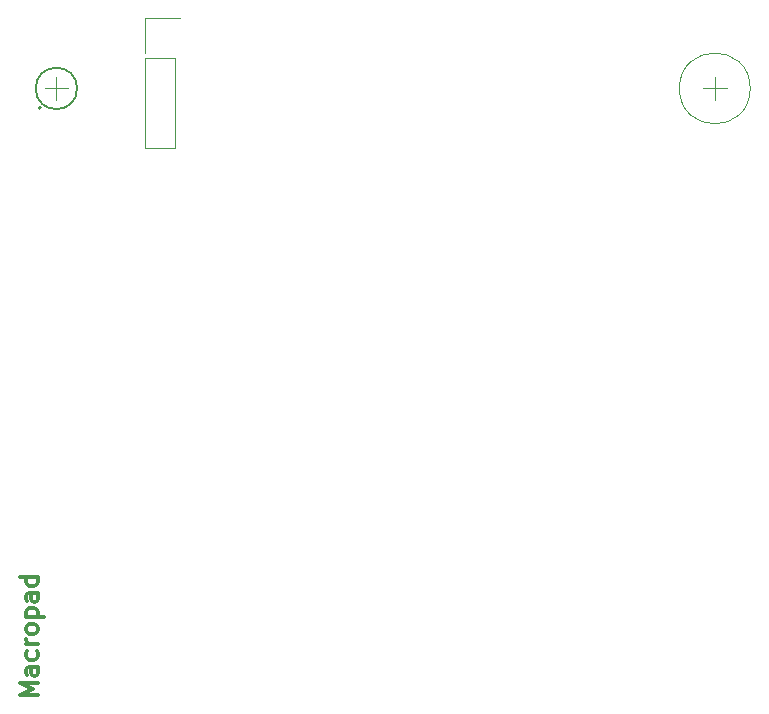
<source format=gbr>
%TF.GenerationSoftware,KiCad,Pcbnew,5.1.9-73d0e3b20d~88~ubuntu20.10.1*%
%TF.CreationDate,2021-04-24T17:05:30-07:00*%
%TF.ProjectId,macropad-v2_0_1,6d616372-6f70-4616-942d-76325f305f31,rev?*%
%TF.SameCoordinates,Original*%
%TF.FileFunction,Legend,Top*%
%TF.FilePolarity,Positive*%
%FSLAX46Y46*%
G04 Gerber Fmt 4.6, Leading zero omitted, Abs format (unit mm)*
G04 Created by KiCad (PCBNEW 5.1.9-73d0e3b20d~88~ubuntu20.10.1) date 2021-04-24 17:05:30*
%MOMM*%
%LPD*%
G01*
G04 APERTURE LIST*
%ADD10C,0.300000*%
%ADD11C,0.120000*%
%ADD12C,0.127000*%
%ADD13C,0.200000*%
G04 APERTURE END LIST*
D10*
X4178571Y-64000000D02*
X2678571Y-64000000D01*
X3749999Y-63500000D01*
X2678571Y-63000000D01*
X4178571Y-63000000D01*
X4178571Y-61642857D02*
X3392857Y-61642857D01*
X3250000Y-61714285D01*
X3178571Y-61857142D01*
X3178571Y-62142857D01*
X3250000Y-62285714D01*
X4107142Y-61642857D02*
X4178571Y-61785714D01*
X4178571Y-62142857D01*
X4107142Y-62285714D01*
X3964285Y-62357142D01*
X3821428Y-62357142D01*
X3678571Y-62285714D01*
X3607142Y-62142857D01*
X3607142Y-61785714D01*
X3535714Y-61642857D01*
X4107142Y-60285714D02*
X4178571Y-60428571D01*
X4178571Y-60714285D01*
X4107142Y-60857142D01*
X4035714Y-60928571D01*
X3892857Y-61000000D01*
X3464285Y-61000000D01*
X3321428Y-60928571D01*
X3250000Y-60857142D01*
X3178571Y-60714285D01*
X3178571Y-60428571D01*
X3250000Y-60285714D01*
X4178571Y-59642857D02*
X3178571Y-59642857D01*
X3464285Y-59642857D02*
X3321428Y-59571428D01*
X3250000Y-59500000D01*
X3178571Y-59357142D01*
X3178571Y-59214285D01*
X4178571Y-58500000D02*
X4107142Y-58642857D01*
X4035714Y-58714285D01*
X3892857Y-58785714D01*
X3464285Y-58785714D01*
X3321428Y-58714285D01*
X3250000Y-58642857D01*
X3178571Y-58500000D01*
X3178571Y-58285714D01*
X3250000Y-58142857D01*
X3321428Y-58071428D01*
X3464285Y-58000000D01*
X3892857Y-58000000D01*
X4035714Y-58071428D01*
X4107142Y-58142857D01*
X4178571Y-58285714D01*
X4178571Y-58500000D01*
X3178571Y-57357142D02*
X4678571Y-57357142D01*
X3250000Y-57357142D02*
X3178571Y-57214285D01*
X3178571Y-56928571D01*
X3250000Y-56785714D01*
X3321428Y-56714285D01*
X3464285Y-56642857D01*
X3892857Y-56642857D01*
X4035714Y-56714285D01*
X4107142Y-56785714D01*
X4178571Y-56928571D01*
X4178571Y-57214285D01*
X4107142Y-57357142D01*
X4178571Y-55357142D02*
X3392857Y-55357142D01*
X3250000Y-55428571D01*
X3178571Y-55571428D01*
X3178571Y-55857142D01*
X3250000Y-56000000D01*
X4107142Y-55357142D02*
X4178571Y-55500000D01*
X4178571Y-55857142D01*
X4107142Y-56000000D01*
X3964285Y-56071428D01*
X3821428Y-56071428D01*
X3678571Y-56000000D01*
X3607142Y-55857142D01*
X3607142Y-55500000D01*
X3535714Y-55357142D01*
X4178571Y-54000000D02*
X2678571Y-54000000D01*
X4107142Y-54000000D02*
X4178571Y-54142857D01*
X4178571Y-54428571D01*
X4107142Y-54571428D01*
X4035714Y-54642857D01*
X3892857Y-54714285D01*
X3464285Y-54714285D01*
X3321428Y-54642857D01*
X3250000Y-54571428D01*
X3178571Y-54428571D01*
X3178571Y-54142857D01*
X3250000Y-54000000D01*
D11*
%TO.C,SW8*%
X5750000Y-13625000D02*
X5750000Y-11625000D01*
X4750000Y-12625000D02*
X6750000Y-12625000D01*
D12*
X7505000Y-12625000D02*
G75*
G03*
X7505000Y-12625000I-1755000J0D01*
G01*
D13*
X4453000Y-14276000D02*
G75*
G03*
X4453000Y-14276000I-100000J0D01*
G01*
D11*
%TO.C,SW7*%
X64500000Y-12625000D02*
G75*
G03*
X64500000Y-12625000I-3000000J0D01*
G01*
X61500000Y-11625000D02*
X61500000Y-13625000D01*
X62500000Y-12625000D02*
X60500000Y-12625000D01*
%TO.C,J1*%
X13250000Y-6625000D02*
X13250000Y-9625000D01*
X13250000Y-6625000D02*
X16250000Y-6625000D01*
X13250000Y-17705000D02*
X15790000Y-17705000D01*
X13250000Y-10085000D02*
X13250000Y-17705000D01*
X15790000Y-10085000D02*
X15790000Y-17705000D01*
X13250000Y-10085000D02*
X15790000Y-10085000D01*
%TD*%
M02*

</source>
